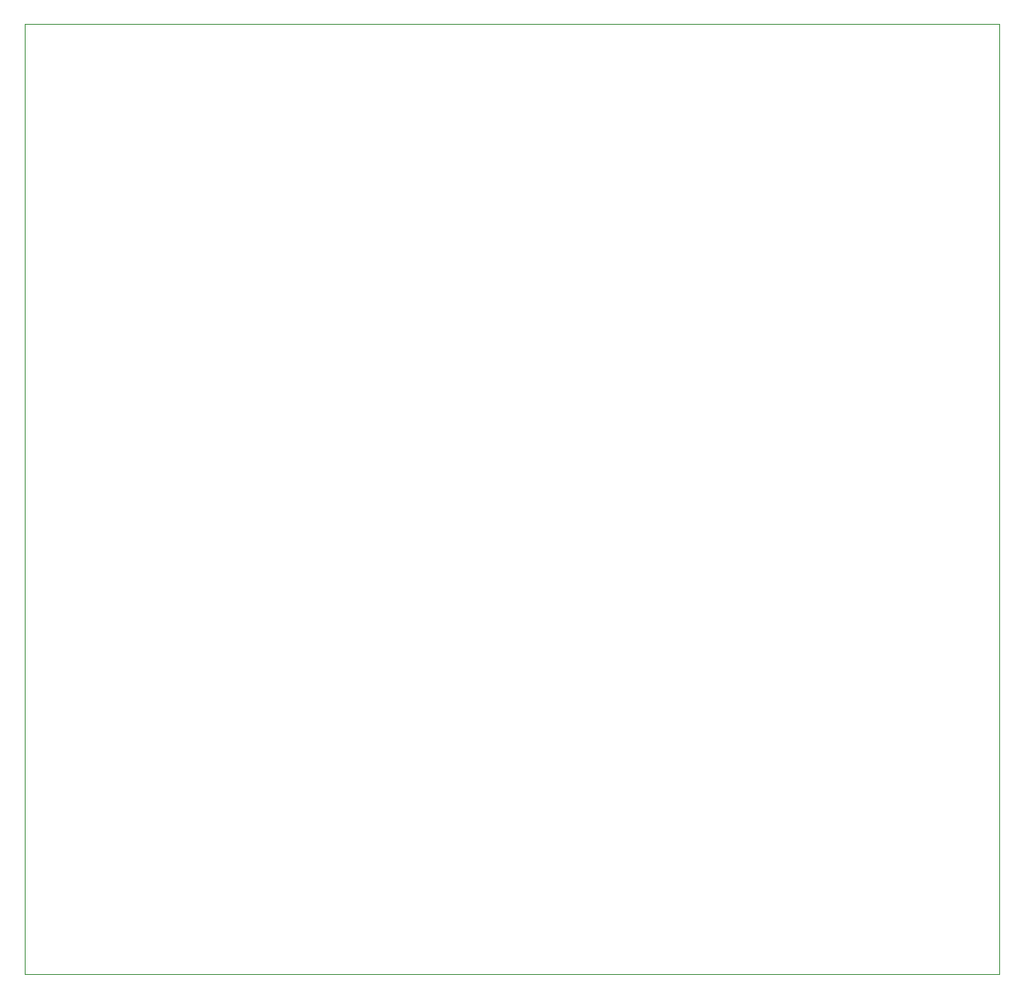
<source format=gbr>
%TF.GenerationSoftware,KiCad,Pcbnew,(5.1.10-1-10_14)*%
%TF.CreationDate,2022-01-13T10:24:38-08:00*%
%TF.ProjectId,ElkIOBoard,456c6b49-4f42-46f6-9172-642e6b696361,rev?*%
%TF.SameCoordinates,Original*%
%TF.FileFunction,Profile,NP*%
%FSLAX46Y46*%
G04 Gerber Fmt 4.6, Leading zero omitted, Abs format (unit mm)*
G04 Created by KiCad (PCBNEW (5.1.10-1-10_14)) date 2022-01-13 10:24:38*
%MOMM*%
%LPD*%
G01*
G04 APERTURE LIST*
%TA.AperFunction,Profile*%
%ADD10C,0.050000*%
%TD*%
G04 APERTURE END LIST*
D10*
X65000000Y-629700000D02*
X65000000Y-532200000D01*
X165000000Y-629700000D02*
X65000000Y-629700000D01*
X165000000Y-532200000D02*
X165000000Y-629700000D01*
X65000000Y-532200000D02*
X165000000Y-532200000D01*
M02*

</source>
